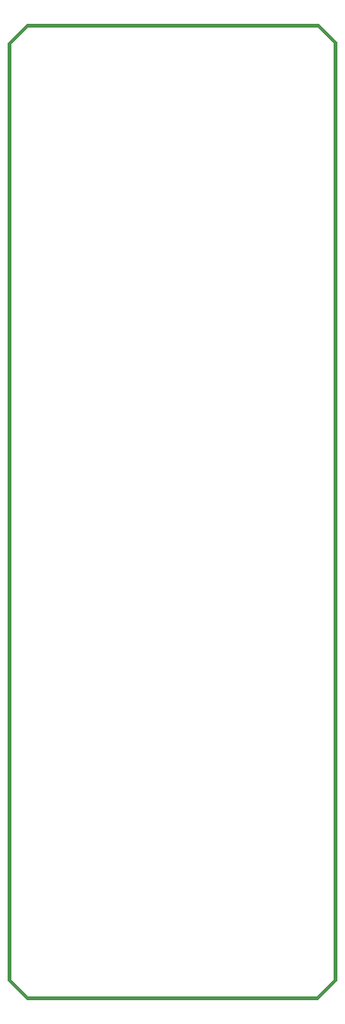
<source format=gbr>
%TF.GenerationSoftware,Altium Limited,Altium Designer,19.0.15 (446)*%
G04 Layer_Color=16711935*
%FSLAX42Y42*%
%MOMM*%
%TF.FileFunction,Other,Mechanical_1*%
%TF.Part,Single*%
G01*
G75*
%TA.AperFunction,NonConductor*%
%ADD39C,0.30*%
D39*
X6640Y4000D02*
X6797Y4158D01*
X4058Y4000D02*
X6640D01*
X3897Y4160D02*
X4058Y4000D01*
X6797Y4158D02*
Y12500D01*
X6647Y12650D02*
X6797Y12500D01*
X4058Y12650D02*
X6647Y12650D01*
X3897Y12490D02*
X4058Y12650D01*
X3897Y4160D02*
X3897Y12490D01*
%TF.MD5,4f3ddc600babc26228d730c1df523edf*%
M02*

</source>
